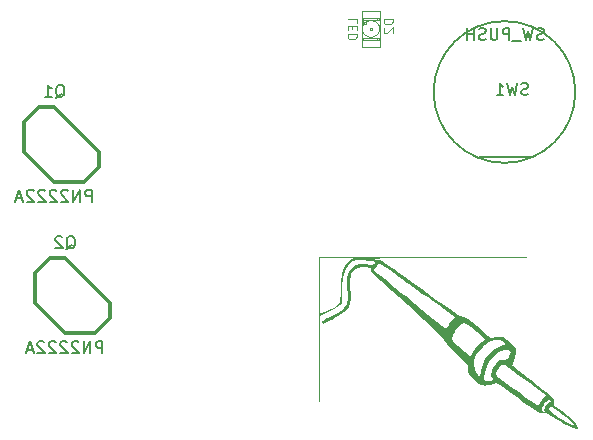
<source format=gbo>
G04 (created by PCBNEW (2013-07-07 BZR 4022)-stable) date 1/28/2014 1:23:19 PM*
%MOIN*%
G04 Gerber Fmt 3.4, Leading zero omitted, Abs format*
%FSLAX34Y34*%
G01*
G70*
G90*
G04 APERTURE LIST*
%ADD10C,0.00590551*%
%ADD11C,0.0001*%
%ADD12C,0.012*%
%ADD13C,0.0026*%
%ADD14C,0.004*%
%ADD15C,0.008*%
%ADD16C,0.0035*%
G04 APERTURE END LIST*
G54D10*
G54D11*
G36*
X81450Y-47000D02*
X77967Y-47017D01*
X77391Y-47020D01*
X76880Y-47022D01*
X76429Y-47025D01*
X76036Y-47029D01*
X75697Y-47032D01*
X75411Y-47035D01*
X75173Y-47039D01*
X74981Y-47043D01*
X74831Y-47047D01*
X74722Y-47052D01*
X74649Y-47057D01*
X74611Y-47063D01*
X74603Y-47069D01*
X74611Y-47073D01*
X74703Y-47094D01*
X74772Y-47098D01*
X74782Y-47096D01*
X74797Y-47096D01*
X74823Y-47106D01*
X74864Y-47129D01*
X74924Y-47166D01*
X75007Y-47221D01*
X75116Y-47297D01*
X75256Y-47395D01*
X75428Y-47519D01*
X75639Y-47671D01*
X75890Y-47854D01*
X76187Y-48070D01*
X76532Y-48322D01*
X76676Y-48428D01*
X76921Y-48606D01*
X77119Y-48745D01*
X77273Y-48850D01*
X77388Y-48922D01*
X77470Y-48965D01*
X77523Y-48983D01*
X77531Y-48984D01*
X77611Y-49002D01*
X77720Y-49061D01*
X77861Y-49161D01*
X78038Y-49307D01*
X78234Y-49480D01*
X78349Y-49584D01*
X78429Y-49650D01*
X78485Y-49684D01*
X78531Y-49694D01*
X78579Y-49686D01*
X78608Y-49677D01*
X78755Y-49653D01*
X78893Y-49680D01*
X79034Y-49760D01*
X79157Y-49867D01*
X79342Y-50046D01*
X79319Y-50220D01*
X79296Y-50342D01*
X79263Y-50451D01*
X79247Y-50490D01*
X79217Y-50564D01*
X79213Y-50612D01*
X79214Y-50613D01*
X79244Y-50640D01*
X79320Y-50701D01*
X79435Y-50791D01*
X79581Y-50904D01*
X79750Y-51034D01*
X79896Y-51145D01*
X80080Y-51287D01*
X80247Y-51419D01*
X80388Y-51534D01*
X80496Y-51628D01*
X80564Y-51693D01*
X80584Y-51719D01*
X80594Y-51810D01*
X80588Y-51861D01*
X80588Y-51899D01*
X80613Y-51942D01*
X80670Y-51998D01*
X80769Y-52076D01*
X80870Y-52150D01*
X81068Y-52303D01*
X81228Y-52449D01*
X81345Y-52581D01*
X81409Y-52691D01*
X81410Y-52692D01*
X81415Y-52740D01*
X81402Y-52750D01*
X81336Y-52734D01*
X81267Y-52706D01*
X81267Y-52587D01*
X81245Y-52549D01*
X81178Y-52482D01*
X81062Y-52383D01*
X80896Y-52252D01*
X80791Y-52171D01*
X80638Y-52064D01*
X80528Y-52007D01*
X80500Y-52004D01*
X80500Y-51800D01*
X80477Y-51756D01*
X80458Y-51751D01*
X80385Y-51776D01*
X80330Y-51824D01*
X80330Y-51603D01*
X80329Y-51602D01*
X80300Y-51579D01*
X80224Y-51522D01*
X80108Y-51437D01*
X79961Y-51328D01*
X79789Y-51201D01*
X79616Y-51073D01*
X79404Y-50918D01*
X79239Y-50798D01*
X79161Y-50742D01*
X79161Y-50174D01*
X79133Y-50137D01*
X79083Y-50111D01*
X78981Y-50095D01*
X78981Y-49904D01*
X78952Y-49860D01*
X78886Y-49814D01*
X78791Y-49776D01*
X78743Y-49764D01*
X78595Y-49764D01*
X78436Y-49825D01*
X78297Y-49924D01*
X78297Y-49748D01*
X78288Y-49718D01*
X78247Y-49671D01*
X78168Y-49600D01*
X78044Y-49497D01*
X77996Y-49458D01*
X77847Y-49340D01*
X77738Y-49262D01*
X77656Y-49219D01*
X77590Y-49208D01*
X77528Y-49227D01*
X77458Y-49271D01*
X77428Y-49293D01*
X77357Y-49370D01*
X77297Y-49468D01*
X77297Y-49005D01*
X77263Y-48979D01*
X77184Y-48921D01*
X77067Y-48837D01*
X76921Y-48731D01*
X76754Y-48611D01*
X76575Y-48482D01*
X76392Y-48350D01*
X76213Y-48222D01*
X76047Y-48102D01*
X75902Y-47999D01*
X75786Y-47916D01*
X75708Y-47861D01*
X75700Y-47855D01*
X75585Y-47773D01*
X75437Y-47667D01*
X75275Y-47549D01*
X75133Y-47444D01*
X74783Y-47185D01*
X74692Y-47291D01*
X74625Y-47378D01*
X74607Y-47438D01*
X74639Y-47490D01*
X74693Y-47533D01*
X74740Y-47569D01*
X74831Y-47642D01*
X74962Y-47746D01*
X75123Y-47876D01*
X75309Y-48027D01*
X75514Y-48192D01*
X75666Y-48316D01*
X75961Y-48555D01*
X76208Y-48756D01*
X76412Y-48921D01*
X76577Y-49054D01*
X76707Y-49159D01*
X76807Y-49239D01*
X76880Y-49297D01*
X76932Y-49337D01*
X76967Y-49362D01*
X76988Y-49376D01*
X77000Y-49382D01*
X77007Y-49383D01*
X77034Y-49356D01*
X77074Y-49289D01*
X77086Y-49266D01*
X77146Y-49168D01*
X77219Y-49088D01*
X77226Y-49082D01*
X77280Y-49034D01*
X77297Y-49005D01*
X77297Y-49468D01*
X77287Y-49485D01*
X77231Y-49612D01*
X77201Y-49723D01*
X77200Y-49747D01*
X77225Y-49809D01*
X77291Y-49883D01*
X77320Y-49907D01*
X77409Y-49978D01*
X77523Y-50070D01*
X77629Y-50158D01*
X77720Y-50235D01*
X77789Y-50291D01*
X77822Y-50316D01*
X77823Y-50317D01*
X77839Y-50289D01*
X77873Y-50220D01*
X77893Y-50175D01*
X77967Y-50056D01*
X78078Y-49929D01*
X78204Y-49817D01*
X78280Y-49767D01*
X78297Y-49748D01*
X78297Y-49924D01*
X78264Y-49948D01*
X78219Y-49987D01*
X78063Y-50158D01*
X77971Y-50331D01*
X77937Y-50516D01*
X77940Y-50612D01*
X77963Y-50720D01*
X78005Y-50829D01*
X78056Y-50921D01*
X78108Y-50976D01*
X78131Y-50984D01*
X78148Y-50953D01*
X78166Y-50876D01*
X78176Y-50805D01*
X78223Y-50599D01*
X78316Y-50394D01*
X78439Y-50217D01*
X78469Y-50186D01*
X78578Y-50095D01*
X78703Y-50017D01*
X78821Y-49965D01*
X78897Y-49950D01*
X78965Y-49937D01*
X78981Y-49904D01*
X78981Y-50095D01*
X78974Y-50094D01*
X78842Y-50126D01*
X78704Y-50198D01*
X78596Y-50287D01*
X78498Y-50407D01*
X78410Y-50557D01*
X78337Y-50717D01*
X78287Y-50874D01*
X78267Y-51009D01*
X78278Y-51099D01*
X78324Y-51137D01*
X78405Y-51149D01*
X78495Y-51133D01*
X78546Y-51107D01*
X78587Y-51069D01*
X78572Y-51036D01*
X78553Y-51019D01*
X78509Y-50967D01*
X78500Y-50938D01*
X78522Y-50816D01*
X78578Y-50677D01*
X78655Y-50553D01*
X78674Y-50531D01*
X78748Y-50456D01*
X78814Y-50425D01*
X78895Y-50423D01*
X78978Y-50422D01*
X79036Y-50389D01*
X79090Y-50320D01*
X79146Y-50229D01*
X79161Y-50174D01*
X79161Y-50742D01*
X79114Y-50709D01*
X79022Y-50649D01*
X78957Y-50612D01*
X78912Y-50594D01*
X78880Y-50592D01*
X78854Y-50601D01*
X78840Y-50610D01*
X78759Y-50689D01*
X78695Y-50795D01*
X78667Y-50898D01*
X78667Y-50907D01*
X78693Y-50958D01*
X78760Y-51027D01*
X78826Y-51078D01*
X78903Y-51133D01*
X79023Y-51218D01*
X79174Y-51325D01*
X79343Y-51445D01*
X79517Y-51569D01*
X79681Y-51685D01*
X79828Y-51788D01*
X79947Y-51869D01*
X80030Y-51925D01*
X80069Y-51949D01*
X80071Y-51949D01*
X80096Y-51922D01*
X80131Y-51856D01*
X80134Y-51849D01*
X80191Y-51754D01*
X80259Y-51682D01*
X80313Y-51633D01*
X80330Y-51603D01*
X80330Y-51824D01*
X80314Y-51839D01*
X80255Y-51925D01*
X80215Y-52016D01*
X80202Y-52097D01*
X80226Y-52153D01*
X80242Y-52161D01*
X80282Y-52179D01*
X80287Y-52181D01*
X80284Y-52155D01*
X80276Y-52108D01*
X80286Y-52031D01*
X80330Y-51947D01*
X80391Y-51878D01*
X80452Y-51850D01*
X80494Y-51823D01*
X80500Y-51800D01*
X80500Y-52004D01*
X80460Y-52000D01*
X80435Y-52044D01*
X80435Y-52057D01*
X80463Y-52104D01*
X80535Y-52175D01*
X80641Y-52262D01*
X80767Y-52354D01*
X80902Y-52442D01*
X81008Y-52503D01*
X81132Y-52568D01*
X81210Y-52604D01*
X81251Y-52613D01*
X81266Y-52598D01*
X81267Y-52587D01*
X81267Y-52706D01*
X81228Y-52691D01*
X81092Y-52628D01*
X80945Y-52554D01*
X80800Y-52474D01*
X80674Y-52397D01*
X80638Y-52373D01*
X80509Y-52288D01*
X80416Y-52237D01*
X80342Y-52215D01*
X80269Y-52212D01*
X80267Y-52212D01*
X80175Y-52207D01*
X80079Y-52172D01*
X79962Y-52102D01*
X79859Y-52034D01*
X79773Y-51976D01*
X79690Y-51919D01*
X79601Y-51855D01*
X79492Y-51776D01*
X79352Y-51674D01*
X79183Y-51549D01*
X79034Y-51440D01*
X78901Y-51343D01*
X78796Y-51267D01*
X78728Y-51219D01*
X78709Y-51206D01*
X78654Y-51203D01*
X78575Y-51229D01*
X78569Y-51232D01*
X78472Y-51264D01*
X78352Y-51282D01*
X78315Y-51284D01*
X78238Y-51280D01*
X78177Y-51265D01*
X78115Y-51227D01*
X78037Y-51159D01*
X77947Y-51070D01*
X77843Y-50964D01*
X77780Y-50887D01*
X77747Y-50825D01*
X77734Y-50763D01*
X77733Y-50724D01*
X77731Y-50672D01*
X77719Y-50626D01*
X77690Y-50575D01*
X77638Y-50511D01*
X77600Y-50471D01*
X77600Y-50200D01*
X77583Y-50184D01*
X77567Y-50200D01*
X77583Y-50217D01*
X77600Y-50200D01*
X77600Y-50471D01*
X77556Y-50425D01*
X77436Y-50308D01*
X77333Y-50210D01*
X77155Y-50035D01*
X77028Y-49900D01*
X76955Y-49807D01*
X76933Y-49757D01*
X76917Y-49725D01*
X76867Y-49665D01*
X76780Y-49575D01*
X76655Y-49454D01*
X76488Y-49298D01*
X76279Y-49106D01*
X76023Y-48874D01*
X75719Y-48602D01*
X75717Y-48600D01*
X75428Y-48342D01*
X75187Y-48125D01*
X74988Y-47944D01*
X74829Y-47797D01*
X74706Y-47679D01*
X74616Y-47588D01*
X74554Y-47521D01*
X74516Y-47472D01*
X74501Y-47440D01*
X74500Y-47432D01*
X74491Y-47378D01*
X74453Y-47353D01*
X74375Y-47347D01*
X74198Y-47348D01*
X74070Y-47364D01*
X73972Y-47398D01*
X73963Y-47402D01*
X73892Y-47452D01*
X73844Y-47524D01*
X73817Y-47628D01*
X73807Y-47774D01*
X73812Y-47973D01*
X73815Y-48027D01*
X73825Y-48248D01*
X73821Y-48416D01*
X73798Y-48546D01*
X73754Y-48651D01*
X73685Y-48743D01*
X73600Y-48827D01*
X73489Y-48914D01*
X73346Y-49011D01*
X73197Y-49099D01*
X73171Y-49112D01*
X73043Y-49177D01*
X72962Y-49212D01*
X72915Y-49221D01*
X72892Y-49207D01*
X72886Y-49195D01*
X72874Y-49167D01*
X72873Y-49146D01*
X72892Y-49125D01*
X72943Y-49096D01*
X73035Y-49050D01*
X73133Y-49002D01*
X73343Y-48891D01*
X73498Y-48788D01*
X73610Y-48686D01*
X73671Y-48605D01*
X73699Y-48554D01*
X73716Y-48499D01*
X73725Y-48426D01*
X73725Y-48320D01*
X73719Y-48166D01*
X73715Y-48098D01*
X73707Y-47915D01*
X73707Y-47782D01*
X73715Y-47686D01*
X73732Y-47611D01*
X73749Y-47565D01*
X73845Y-47393D01*
X73967Y-47282D01*
X74118Y-47231D01*
X74303Y-47237D01*
X74366Y-47250D01*
X74477Y-47272D01*
X74544Y-47270D01*
X74584Y-47250D01*
X74625Y-47206D01*
X74618Y-47175D01*
X74558Y-47147D01*
X74464Y-47123D01*
X74220Y-47087D01*
X74014Y-47101D01*
X73893Y-47149D01*
X73893Y-47042D01*
X73861Y-47032D01*
X73781Y-47025D01*
X73648Y-47020D01*
X73457Y-47018D01*
X73375Y-47018D01*
X72800Y-47017D01*
X72800Y-47952D01*
X72800Y-48888D01*
X72875Y-48866D01*
X72943Y-48841D01*
X73047Y-48796D01*
X73155Y-48745D01*
X73272Y-48687D01*
X73357Y-48635D01*
X73416Y-48578D01*
X73455Y-48504D01*
X73478Y-48402D01*
X73491Y-48259D01*
X73499Y-48065D01*
X73502Y-48005D01*
X73510Y-47800D01*
X73520Y-47649D01*
X73534Y-47540D01*
X73552Y-47458D01*
X73577Y-47392D01*
X73590Y-47367D01*
X73716Y-47188D01*
X73876Y-47060D01*
X73883Y-47056D01*
X73893Y-47042D01*
X73893Y-47149D01*
X73847Y-47168D01*
X73718Y-47288D01*
X73624Y-47462D01*
X73565Y-47692D01*
X73541Y-47978D01*
X73541Y-48142D01*
X73544Y-48304D01*
X73543Y-48413D01*
X73535Y-48486D01*
X73517Y-48536D01*
X73486Y-48578D01*
X73455Y-48611D01*
X73380Y-48671D01*
X73265Y-48743D01*
X73130Y-48815D01*
X73080Y-48839D01*
X72801Y-48967D01*
X72792Y-50867D01*
X72790Y-51170D01*
X72789Y-51417D01*
X72787Y-51608D01*
X72786Y-51742D01*
X72785Y-51819D01*
X72784Y-51836D01*
X72783Y-51794D01*
X72782Y-51690D01*
X72780Y-51526D01*
X72779Y-51299D01*
X72778Y-51008D01*
X72777Y-50654D01*
X72776Y-50234D01*
X72775Y-49875D01*
X72767Y-46984D01*
X77108Y-46992D01*
X81450Y-47000D01*
X81450Y-47000D01*
X81450Y-47000D01*
G37*
G54D12*
X63950Y-42000D02*
X65450Y-43500D01*
X65450Y-43500D02*
X65450Y-44000D01*
X65450Y-44000D02*
X64950Y-44500D01*
X64950Y-44500D02*
X63950Y-44500D01*
X63950Y-44500D02*
X62950Y-43500D01*
X62950Y-43500D02*
X62950Y-42500D01*
X62950Y-42500D02*
X63450Y-42000D01*
X63450Y-42000D02*
X63950Y-42000D01*
X64300Y-47050D02*
X65800Y-48550D01*
X65800Y-48550D02*
X65800Y-49050D01*
X65800Y-49050D02*
X65300Y-49550D01*
X65300Y-49550D02*
X64300Y-49550D01*
X64300Y-49550D02*
X63300Y-48550D01*
X63300Y-48550D02*
X63300Y-47550D01*
X63300Y-47550D02*
X63800Y-47050D01*
X63800Y-47050D02*
X64300Y-47050D01*
G54D13*
X74461Y-39439D02*
X74461Y-39361D01*
X74461Y-39361D02*
X74539Y-39361D01*
X74539Y-39439D02*
X74539Y-39361D01*
X74461Y-39439D02*
X74539Y-39439D01*
X74225Y-39223D02*
X74225Y-39086D01*
X74225Y-39086D02*
X74323Y-39086D01*
X74323Y-39223D02*
X74323Y-39086D01*
X74225Y-39223D02*
X74323Y-39223D01*
X74225Y-39086D02*
X74225Y-39046D01*
X74225Y-39046D02*
X74696Y-39046D01*
X74696Y-39086D02*
X74696Y-39046D01*
X74225Y-39086D02*
X74696Y-39086D01*
X74716Y-39086D02*
X74716Y-39046D01*
X74716Y-39046D02*
X74775Y-39046D01*
X74775Y-39086D02*
X74775Y-39046D01*
X74716Y-39086D02*
X74775Y-39086D01*
X74225Y-39754D02*
X74225Y-39714D01*
X74225Y-39714D02*
X74696Y-39714D01*
X74696Y-39754D02*
X74696Y-39714D01*
X74225Y-39754D02*
X74696Y-39754D01*
X74716Y-39754D02*
X74716Y-39714D01*
X74716Y-39714D02*
X74775Y-39714D01*
X74775Y-39754D02*
X74775Y-39714D01*
X74716Y-39754D02*
X74775Y-39754D01*
X74225Y-39223D02*
X74225Y-39164D01*
X74225Y-39164D02*
X74323Y-39164D01*
X74323Y-39223D02*
X74323Y-39164D01*
X74225Y-39223D02*
X74323Y-39223D01*
G54D14*
X74205Y-38790D02*
X74205Y-40010D01*
X74205Y-40010D02*
X74795Y-40010D01*
X74795Y-40010D02*
X74795Y-38790D01*
X74795Y-38790D02*
X74205Y-38790D01*
X74303Y-39615D02*
G75*
G02X74304Y-39183I196J215D01*
G74*
G01*
X74696Y-39615D02*
G75*
G02X74304Y-39616I-196J215D01*
G74*
G01*
X74696Y-39184D02*
G75*
G02X74695Y-39616I-196J-215D01*
G74*
G01*
X74303Y-39184D02*
G75*
G02X74695Y-39183I196J-215D01*
G74*
G01*
G54D10*
X78090Y-43680D02*
X79830Y-43680D01*
X81312Y-41500D02*
G75*
G03X81312Y-41500I-2362J0D01*
G74*
G01*
G54D15*
X63988Y-41700D02*
X64026Y-41680D01*
X64064Y-41642D01*
X64121Y-41585D01*
X64159Y-41566D01*
X64197Y-41566D01*
X64178Y-41661D02*
X64216Y-41642D01*
X64254Y-41604D01*
X64273Y-41528D01*
X64273Y-41395D01*
X64254Y-41319D01*
X64216Y-41280D01*
X64178Y-41261D01*
X64102Y-41261D01*
X64064Y-41280D01*
X64026Y-41319D01*
X64007Y-41395D01*
X64007Y-41528D01*
X64026Y-41604D01*
X64064Y-41642D01*
X64102Y-41661D01*
X64178Y-41661D01*
X63626Y-41661D02*
X63854Y-41661D01*
X63740Y-41661D02*
X63740Y-41261D01*
X63778Y-41319D01*
X63816Y-41357D01*
X63854Y-41376D01*
X65197Y-45161D02*
X65197Y-44761D01*
X65045Y-44761D01*
X65007Y-44780D01*
X64988Y-44800D01*
X64969Y-44838D01*
X64969Y-44895D01*
X64988Y-44933D01*
X65007Y-44952D01*
X65045Y-44971D01*
X65197Y-44971D01*
X64797Y-45161D02*
X64797Y-44761D01*
X64569Y-45161D01*
X64569Y-44761D01*
X64397Y-44800D02*
X64378Y-44780D01*
X64340Y-44761D01*
X64245Y-44761D01*
X64207Y-44780D01*
X64188Y-44800D01*
X64169Y-44838D01*
X64169Y-44876D01*
X64188Y-44933D01*
X64416Y-45161D01*
X64169Y-45161D01*
X64016Y-44800D02*
X63997Y-44780D01*
X63959Y-44761D01*
X63864Y-44761D01*
X63826Y-44780D01*
X63807Y-44800D01*
X63788Y-44838D01*
X63788Y-44876D01*
X63807Y-44933D01*
X64035Y-45161D01*
X63788Y-45161D01*
X63635Y-44800D02*
X63616Y-44780D01*
X63578Y-44761D01*
X63483Y-44761D01*
X63445Y-44780D01*
X63426Y-44800D01*
X63407Y-44838D01*
X63407Y-44876D01*
X63426Y-44933D01*
X63654Y-45161D01*
X63407Y-45161D01*
X63254Y-44800D02*
X63235Y-44780D01*
X63197Y-44761D01*
X63102Y-44761D01*
X63064Y-44780D01*
X63045Y-44800D01*
X63026Y-44838D01*
X63026Y-44876D01*
X63045Y-44933D01*
X63273Y-45161D01*
X63026Y-45161D01*
X62873Y-45047D02*
X62683Y-45047D01*
X62911Y-45161D02*
X62778Y-44761D01*
X62645Y-45161D01*
X64338Y-46750D02*
X64376Y-46730D01*
X64414Y-46692D01*
X64471Y-46635D01*
X64509Y-46616D01*
X64547Y-46616D01*
X64528Y-46711D02*
X64566Y-46692D01*
X64604Y-46654D01*
X64623Y-46578D01*
X64623Y-46445D01*
X64604Y-46369D01*
X64566Y-46330D01*
X64528Y-46311D01*
X64452Y-46311D01*
X64414Y-46330D01*
X64376Y-46369D01*
X64357Y-46445D01*
X64357Y-46578D01*
X64376Y-46654D01*
X64414Y-46692D01*
X64452Y-46711D01*
X64528Y-46711D01*
X64204Y-46350D02*
X64185Y-46330D01*
X64147Y-46311D01*
X64052Y-46311D01*
X64014Y-46330D01*
X63995Y-46350D01*
X63976Y-46388D01*
X63976Y-46426D01*
X63995Y-46483D01*
X64223Y-46711D01*
X63976Y-46711D01*
X65547Y-50211D02*
X65547Y-49811D01*
X65395Y-49811D01*
X65357Y-49830D01*
X65338Y-49850D01*
X65319Y-49888D01*
X65319Y-49945D01*
X65338Y-49983D01*
X65357Y-50002D01*
X65395Y-50021D01*
X65547Y-50021D01*
X65147Y-50211D02*
X65147Y-49811D01*
X64919Y-50211D01*
X64919Y-49811D01*
X64747Y-49850D02*
X64728Y-49830D01*
X64690Y-49811D01*
X64595Y-49811D01*
X64557Y-49830D01*
X64538Y-49850D01*
X64519Y-49888D01*
X64519Y-49926D01*
X64538Y-49983D01*
X64766Y-50211D01*
X64519Y-50211D01*
X64366Y-49850D02*
X64347Y-49830D01*
X64309Y-49811D01*
X64214Y-49811D01*
X64176Y-49830D01*
X64157Y-49850D01*
X64138Y-49888D01*
X64138Y-49926D01*
X64157Y-49983D01*
X64385Y-50211D01*
X64138Y-50211D01*
X63985Y-49850D02*
X63966Y-49830D01*
X63928Y-49811D01*
X63833Y-49811D01*
X63795Y-49830D01*
X63776Y-49850D01*
X63757Y-49888D01*
X63757Y-49926D01*
X63776Y-49983D01*
X64004Y-50211D01*
X63757Y-50211D01*
X63604Y-49850D02*
X63585Y-49830D01*
X63547Y-49811D01*
X63452Y-49811D01*
X63414Y-49830D01*
X63395Y-49850D01*
X63376Y-49888D01*
X63376Y-49926D01*
X63395Y-49983D01*
X63623Y-50211D01*
X63376Y-50211D01*
X63223Y-50097D02*
X63033Y-50097D01*
X63261Y-50211D02*
X63128Y-49811D01*
X62995Y-50211D01*
G54D16*
X75221Y-39078D02*
X74921Y-39078D01*
X74921Y-39150D01*
X74935Y-39192D01*
X74964Y-39221D01*
X74992Y-39235D01*
X75050Y-39250D01*
X75092Y-39250D01*
X75150Y-39235D01*
X75178Y-39221D01*
X75207Y-39192D01*
X75221Y-39150D01*
X75221Y-39078D01*
X74950Y-39364D02*
X74935Y-39378D01*
X74921Y-39407D01*
X74921Y-39478D01*
X74935Y-39507D01*
X74950Y-39521D01*
X74978Y-39535D01*
X75007Y-39535D01*
X75050Y-39521D01*
X75221Y-39350D01*
X75221Y-39535D01*
X74021Y-39207D02*
X74021Y-39064D01*
X73721Y-39064D01*
X73864Y-39307D02*
X73864Y-39407D01*
X74021Y-39450D02*
X74021Y-39307D01*
X73721Y-39307D01*
X73721Y-39450D01*
X74021Y-39578D02*
X73721Y-39578D01*
X73721Y-39650D01*
X73735Y-39692D01*
X73764Y-39721D01*
X73792Y-39735D01*
X73850Y-39750D01*
X73892Y-39750D01*
X73950Y-39735D01*
X73978Y-39721D01*
X74007Y-39692D01*
X74021Y-39650D01*
X74021Y-39578D01*
G54D10*
X79734Y-41580D02*
X79678Y-41599D01*
X79584Y-41599D01*
X79547Y-41580D01*
X79528Y-41561D01*
X79509Y-41524D01*
X79509Y-41486D01*
X79528Y-41449D01*
X79547Y-41430D01*
X79584Y-41411D01*
X79659Y-41393D01*
X79697Y-41374D01*
X79716Y-41355D01*
X79734Y-41318D01*
X79734Y-41280D01*
X79716Y-41243D01*
X79697Y-41224D01*
X79659Y-41205D01*
X79566Y-41205D01*
X79509Y-41224D01*
X79378Y-41205D02*
X79284Y-41599D01*
X79209Y-41318D01*
X79135Y-41599D01*
X79041Y-41205D01*
X78685Y-41599D02*
X78910Y-41599D01*
X78797Y-41599D02*
X78797Y-41205D01*
X78835Y-41261D01*
X78872Y-41299D01*
X78910Y-41318D01*
X80254Y-39740D02*
X80197Y-39759D01*
X80104Y-39759D01*
X80066Y-39740D01*
X80047Y-39721D01*
X80029Y-39684D01*
X80029Y-39646D01*
X80047Y-39609D01*
X80066Y-39590D01*
X80104Y-39571D01*
X80179Y-39553D01*
X80216Y-39534D01*
X80235Y-39515D01*
X80254Y-39478D01*
X80254Y-39440D01*
X80235Y-39403D01*
X80216Y-39384D01*
X80179Y-39365D01*
X80085Y-39365D01*
X80029Y-39384D01*
X79898Y-39365D02*
X79804Y-39759D01*
X79729Y-39478D01*
X79654Y-39759D01*
X79560Y-39365D01*
X79504Y-39796D02*
X79204Y-39796D01*
X79110Y-39759D02*
X79110Y-39365D01*
X78960Y-39365D01*
X78923Y-39384D01*
X78904Y-39403D01*
X78885Y-39440D01*
X78885Y-39496D01*
X78904Y-39534D01*
X78923Y-39553D01*
X78960Y-39571D01*
X79110Y-39571D01*
X78716Y-39365D02*
X78716Y-39684D01*
X78698Y-39721D01*
X78679Y-39740D01*
X78641Y-39759D01*
X78566Y-39759D01*
X78529Y-39740D01*
X78510Y-39721D01*
X78491Y-39684D01*
X78491Y-39365D01*
X78323Y-39740D02*
X78266Y-39759D01*
X78173Y-39759D01*
X78135Y-39740D01*
X78116Y-39721D01*
X78098Y-39684D01*
X78098Y-39646D01*
X78116Y-39609D01*
X78135Y-39590D01*
X78173Y-39571D01*
X78248Y-39553D01*
X78285Y-39534D01*
X78304Y-39515D01*
X78323Y-39478D01*
X78323Y-39440D01*
X78304Y-39403D01*
X78285Y-39384D01*
X78248Y-39365D01*
X78154Y-39365D01*
X78098Y-39384D01*
X77929Y-39759D02*
X77929Y-39365D01*
X77929Y-39553D02*
X77704Y-39553D01*
X77704Y-39759D02*
X77704Y-39365D01*
M02*

</source>
